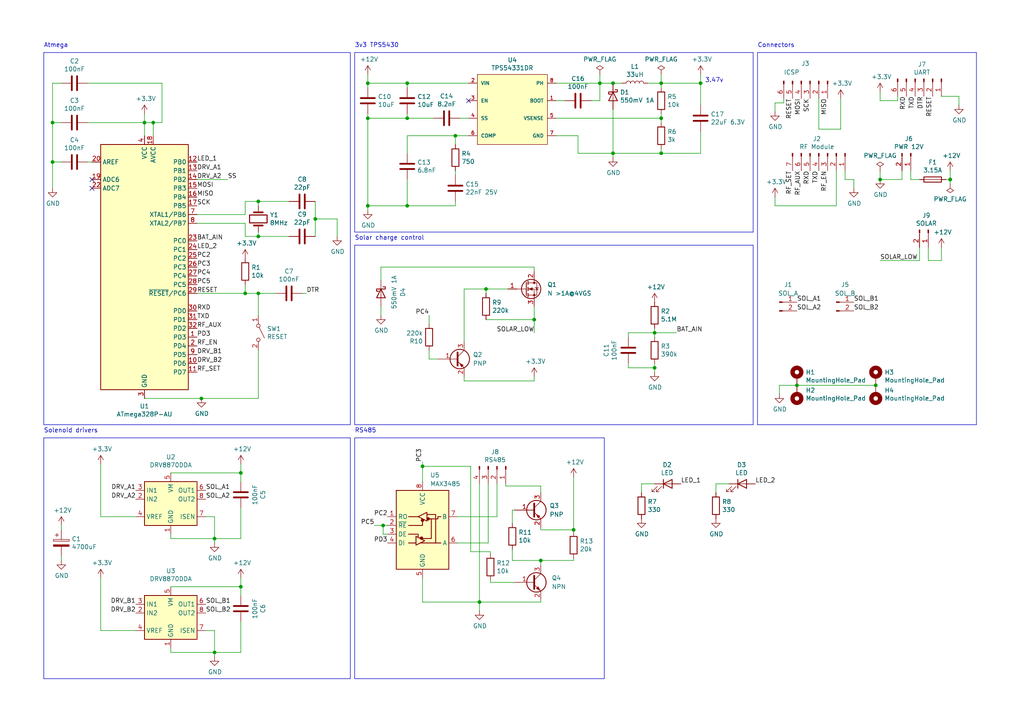
<source format=kicad_sch>
(kicad_sch (version 20230121) (generator eeschema)
  (paper "A4")
  (title_block (title "Irrigation Remote Unit") (rev "1") (company "Daniel McMillan"))
  (lib_symbols
    (symbol "Connector:Conn_01x02_Pin" (pin_names (offset 1.016) hide)
      (property "Reference" "J" (at 0 2.54 0))
      (property "Value" "Conn_01x02_Pin" (at 0 -5.08 0))
      (symbol "Conn_01x02_Pin_1_1"
        (pin passive line (at 5.08 0 180) (length 3.81) (name "Pin_1") (number "1"))
        (pin passive line (at 5.08 -2.54 180) (length 3.81) (name "Pin_2") (number "2"))
      )
    )
    (symbol "Connector:Conn_01x06_Pin" (pin_names (offset 1.016) hide)
      (property "Reference" "J" (at 0 7.62 0))
      (property "Value" "Conn_01x06_Pin" (at 0 -10.16 0))
      (symbol "Conn_01x06_Pin_1_1"
        (pin passive line (at 5.08 5.08 180) (length 3.81) (name "Pin_1") (number "1"))
        (pin passive line (at 5.08 2.54 180) (length 3.81) (name "Pin_2") (number "2"))
        (pin passive line (at 5.08 0 180) (length 3.81) (name "Pin_3") (number "3"))
        (pin passive line (at 5.08 -2.54 180) (length 3.81) (name "Pin_4") (number "4"))
        (pin passive line (at 5.08 -5.08 180) (length 3.81) (name "Pin_5") (number "5"))
        (pin passive line (at 5.08 -7.62 180) (length 3.81) (name "Pin_6") (number "6"))
      )
    )
    (symbol "Connector:Conn_01x07_Pin" (pin_names (offset 1.016) hide)
      (property "Reference" "J" (at 0 10.16 0))
      (property "Value" "Conn_01x07_Pin" (at 0 -10.16 0))
      (symbol "Conn_01x07_Pin_1_1"
        (pin passive line (at 5.08 7.62 180) (length 3.81) (name "Pin_1") (number "1"))
        (pin passive line (at 5.08 5.08 180) (length 3.81) (name "Pin_2") (number "2"))
        (pin passive line (at 5.08 2.54 180) (length 3.81) (name "Pin_3") (number "3"))
        (pin passive line (at 5.08 0 180) (length 3.81) (name "Pin_4") (number "4"))
        (pin passive line (at 5.08 -2.54 180) (length 3.81) (name "Pin_5") (number "5"))
        (pin passive line (at 5.08 -5.08 180) (length 3.81) (name "Pin_6") (number "6"))
        (pin passive line (at 5.08 -7.62 180) (length 3.81) (name "Pin_7") (number "7"))
      )
    )
    (symbol "Device:C" (pin_numbers hide) (pin_names (offset 0.254))
      (property "Reference" "C" (at 0.635 2.54 0))
      (property "Value" "C" (at 0.635 -2.54 0))
      (symbol "C_1_1"
        (pin passive line (at 0 3.81 270) (length 2.794) (name "~") (number "1"))
        (pin passive line (at 0 -3.81 90) (length 2.794) (name "~") (number "2"))
      )
    )
    (symbol "Device:C_Polarized" (pin_numbers hide) (pin_names (offset 0.254))
      (property "Reference" "C" (at 0.635 2.54 0))
      (property "Value" "C_Polarized" (at 0.635 -2.54 0))
      (symbol "C_Polarized_1_1"
        (pin passive line (at 0 3.81 270) (length 2.794) (name "~") (number "1"))
        (pin passive line (at 0 -3.81 90) (length 2.794) (name "~") (number "2"))
      )
    )
    (symbol "Device:Crystal" (pin_numbers hide) (pin_names (offset 1.016) hide)
      (property "Reference" "Y" (at 0 3.81 0))
      (property "Value" "Crystal" (at 0 -3.81 0))
      (symbol "Crystal_1_1"
        (pin passive line (at -3.81 0 0) (length 1.27) (name "1") (number "1"))
        (pin passive line (at 3.81 0 180) (length 1.27) (name "2") (number "2"))
      )
    )
    (symbol "Device:D_Schottky" (pin_numbers hide) (pin_names (offset 1.016) hide)
      (property "Reference" "D" (at 0 2.54 0))
      (property "Value" "D_Schottky" (at 0 -2.54 0))
      (symbol "D_Schottky_1_1"
        (pin passive line (at -3.81 0 0) (length 2.54) (name "K") (number "1"))
        (pin passive line (at 3.81 0 180) (length 2.54) (name "A") (number "2"))
      )
    )
    (symbol "Device:Fuse" (pin_numbers hide) (pin_names (offset 0))
      (property "Reference" "F" (at 2.032 0 90))
      (property "Value" "Fuse" (at -1.905 0 90))
      (symbol "Fuse_1_1"
        (pin passive line (at 0 3.81 270) (length 1.27) (name "~") (number "1"))
        (pin passive line (at 0 -3.81 90) (length 1.27) (name "~") (number "2"))
      )
    )
    (symbol "Device:L" (pin_numbers hide) (pin_names (offset 1.016) hide)
      (property "Reference" "L" (at -1.27 0 90))
      (property "Value" "L" (at 1.905 0 90))
      (symbol "L_1_1"
        (pin passive line (at 0 3.81 270) (length 1.27) (name "1") (number "1"))
        (pin passive line (at 0 -3.81 90) (length 1.27) (name "2") (number "2"))
      )
    )
    (symbol "Device:LED" (pin_numbers hide) (pin_names (offset 1.016) hide)
      (property "Reference" "D" (at 0 2.54 0))
      (property "Value" "LED" (at 0 -2.54 0))
      (symbol "LED_1_1"
        (pin passive line (at -3.81 0 0) (length 2.54) (name "K") (number "1"))
        (pin passive line (at 3.81 0 180) (length 2.54) (name "A") (number "2"))
      )
    )
    (symbol "Device:Q_NPN_BEC" (pin_names (offset 0) hide)
      (property "Reference" "Q" (at 5.08 1.27 0))
      (property "Value" "Q_NPN_BEC" (at 5.08 -1.27 0))
      (symbol "Q_NPN_BEC_1_1"
        (pin input line (at -5.08 0 0) (length 5.715) (name "B") (number "1"))
        (pin passive line (at 2.54 -5.08 90) (length 2.54) (name "E") (number "2"))
        (pin passive line (at 2.54 5.08 270) (length 2.54) (name "C") (number "3"))
      )
    )
    (symbol "Device:Q_PNP_BEC" (pin_names (offset 0) hide)
      (property "Reference" "Q" (at 5.08 1.27 0))
      (property "Value" "Q_PNP_BEC" (at 5.08 -1.27 0))
      (symbol "Q_PNP_BEC_1_1"
        (pin input line (at -5.08 0 0) (length 5.715) (name "B") (number "1"))
        (pin passive line (at 2.54 -5.08 90) (length 2.54) (name "E") (number "2"))
        (pin passive line (at 2.54 5.08 270) (length 2.54) (name "C") (number "3"))
      )
    )
    (symbol "Device:R" (pin_numbers hide) (pin_names (offset 0))
      (property "Reference" "R" (at 2.032 0 90))
      (property "Value" "R" (at 0 0 90))
      (symbol "R_1_1"
        (pin passive line (at 0 3.81 270) (length 1.27) (name "~") (number "1"))
        (pin passive line (at 0 -3.81 90) (length 1.27) (name "~") (number "2"))
      )
    )
    (symbol "Driver_Motor:DRV8870DDA"
      (property "Reference" "U" (at -6.35 6.35 0))
      (property "Value" "DRV8870DDA" (at 8.89 6.35 0))
      (symbol "DRV8870DDA_1_1"
        (pin power_in line (at 0 -10.16 90) (length 2.54) (name "GND") (number "1"))
        (pin input line (at -10.16 0 0) (length 2.54) (name "IN2") (number "2"))
        (pin input line (at -10.16 2.54 0) (length 2.54) (name "IN1") (number "3"))
        (pin input line (at -10.16 -5.08 0) (length 2.54) (name "VREF") (number "4"))
        (pin power_in line (at 0 7.62 270) (length 2.54) (name "VM") (number "5"))
        (pin output line (at 10.16 2.54 180) (length 2.54) (name "OUT1") (number "6"))
        (pin passive line (at 10.16 -5.08 180) (length 2.54) (name "ISEN") (number "7"))
        (pin output line (at 10.16 0 180) (length 2.54) (name "OUT2") (number "8"))
        (pin passive line (at 0 -10.16 90) (length 2.54) hide (name "GND") (number "9"))
      )
    )
    (symbol "Interface_UART:MAX3485"
      (property "Reference" "U" (at -6.096 11.43 0))
      (property "Value" "MAX3485" (at 0.762 11.43 0))
      (symbol "MAX3485_1_1"
        (pin output line (at -10.16 2.54 0) (length 2.54) (name "RO") (number "1"))
        (pin input line (at -10.16 0 0) (length 2.54) (name "~{RE}") (number "2"))
        (pin input line (at -10.16 -2.54 0) (length 2.54) (name "DE") (number "3"))
        (pin input line (at -10.16 -5.08 0) (length 2.54) (name "DI") (number "4"))
        (pin power_in line (at 0 -15.24 90) (length 2.54) (name "GND") (number "5"))
        (pin bidirectional line (at 10.16 -5.08 180) (length 2.54) (name "A") (number "6"))
        (pin bidirectional line (at 10.16 2.54 180) (length 2.54) (name "B") (number "7"))
        (pin power_in line (at 0 12.7 270) (length 2.54) (name "VCC") (number "8"))
      )
    )
    (symbol "MCU_Microchip_ATmega:ATmega328P-A"
      (property "Reference" "U" (at -12.7 36.83 0))
      (property "Value" "ATmega328P-A" (at 2.54 -36.83 0))
      (symbol "ATmega328P-A_1_1"
        (pin bidirectional line (at 15.24 -20.32 180) (length 2.54) (name "PD3") (number "1"))
        (pin bidirectional line (at 15.24 -27.94 180) (length 2.54) (name "PD6") (number "10"))
        (pin bidirectional line (at 15.24 -30.48 180) (length 2.54) (name "PD7") (number "11"))
        (pin bidirectional line (at 15.24 30.48 180) (length 2.54) (name "PB0") (number "12"))
        (pin bidirectional line (at 15.24 27.94 180) (length 2.54) (name "PB1") (number "13"))
        (pin bidirectional line (at 15.24 25.4 180) (length 2.54) (name "PB2") (number "14"))
        (pin bidirectional line (at 15.24 22.86 180) (length 2.54) (name "PB3") (number "15"))
        (pin bidirectional line (at 15.24 20.32 180) (length 2.54) (name "PB4") (number "16"))
        (pin bidirectional line (at 15.24 17.78 180) (length 2.54) (name "PB5") (number "17"))
        (pin power_in line (at 2.54 38.1 270) (length 2.54) (name "AVCC") (number "18"))
        (pin input line (at -15.24 25.4 0) (length 2.54) (name "ADC6") (number "19"))
        (pin bidirectional line (at 15.24 -22.86 180) (length 2.54) (name "PD4") (number "2"))
        (pin passive line (at -15.24 30.48 0) (length 2.54) (name "AREF") (number "20"))
        (pin passive line (at 0 -38.1 90) (length 2.54) hide (name "GND") (number "21"))
        (pin input line (at -15.24 22.86 0) (length 2.54) (name "ADC7") (number "22"))
        (pin bidirectional line (at 15.24 7.62 180) (length 2.54) (name "PC0") (number "23"))
        (pin bidirectional line (at 15.24 5.08 180) (length 2.54) (name "PC1") (number "24"))
        (pin bidirectional line (at 15.24 2.54 180) (length 2.54) (name "PC2") (number "25"))
        (pin bidirectional line (at 15.24 0 180) (length 2.54) (name "PC3") (number "26"))
        (pin bidirectional line (at 15.24 -2.54 180) (length 2.54) (name "PC4") (number "27"))
        (pin bidirectional line (at 15.24 -5.08 180) (length 2.54) (name "PC5") (number "28"))
        (pin bidirectional line (at 15.24 -7.62 180) (length 2.54) (name "~{RESET}/PC6") (number "29"))
        (pin power_in line (at 0 -38.1 90) (length 2.54) (name "GND") (number "3"))
        (pin bidirectional line (at 15.24 -12.7 180) (length 2.54) (name "PD0") (number "30"))
        (pin bidirectional line (at 15.24 -15.24 180) (length 2.54) (name "PD1") (number "31"))
        (pin bidirectional line (at 15.24 -17.78 180) (length 2.54) (name "PD2") (number "32"))
        (pin power_in line (at 0 38.1 270) (length 2.54) (name "VCC") (number "4"))
        (pin passive line (at 0 -38.1 90) (length 2.54) hide (name "GND") (number "5"))
        (pin passive line (at 0 38.1 270) (length 2.54) hide (name "VCC") (number "6"))
        (pin bidirectional line (at 15.24 15.24 180) (length 2.54) (name "XTAL1/PB6") (number "7"))
        (pin bidirectional line (at 15.24 12.7 180) (length 2.54) (name "XTAL2/PB7") (number "8"))
        (pin bidirectional line (at 15.24 -25.4 180) (length 2.54) (name "PD5") (number "9"))
      )
    )
    (symbol "Mechanical:MountingHole_Pad" (pin_numbers hide) (pin_names (offset 1.016) hide)
      (property "Reference" "H" (at 0 6.35 0))
      (property "Value" "MountingHole_Pad" (at 0 4.445 0))
      (symbol "MountingHole_Pad_1_1"
        (pin input line (at 0 -2.54 90) (length 2.54) (name "1") (number "1"))
      )
    )
    (symbol "Switch:SW_SPST" (pin_names (offset 0) hide)
      (property "Reference" "SW" (at 0 3.175 0))
      (property "Value" "SW_SPST" (at 0 -2.54 0))
      (symbol "SW_SPST_1_1"
        (pin passive line (at -5.08 0 0) (length 2.54) (name "A") (number "1"))
        (pin passive line (at 5.08 0 180) (length 2.54) (name "B") (number "2"))
      )
    )
    (symbol "Transistor_FET:IRLIZ44N" (pin_names hide)
      (property "Reference" "Q" (at 6.35 1.905 0))
      (property "Value" "IRLIZ44N" (at 6.35 0 0))
      (symbol "IRLIZ44N_1_1"
        (pin input line (at -5.08 0 0) (length 2.54) (name "G") (number "1"))
        (pin passive line (at 2.54 5.08 270) (length 2.54) (name "D") (number "2"))
        (pin passive line (at 2.54 -5.08 90) (length 2.54) (name "S") (number "3"))
      )
    )
    (symbol "power:+12V" (power) (pin_names (offset 0))
      (property "Value" "+12V" (at 0 3.556 0))
      (symbol "+12V_1_1"
        (pin power_in line (at 0 0 90) (length 0) hide (name "+12V") (number "1"))
      )
    )
    (symbol "power:+3.3V" (power) (pin_names (offset 0))
      (property "Value" "+3.3V" (at 0 3.556 0))
      (symbol "+3.3V_1_1"
        (pin power_in line (at 0 0 90) (length 0) hide (name "+3.3V") (number "1"))
      )
    )
    (symbol "power:GND" (power) (pin_names (offset 0))
      (property "Value" "GND" (at 0 -3.81 0))
      (symbol "GND_1_1"
        (pin power_in line (at 0 0 270) (length 0) hide (name "GND") (number "1"))
      )
    )
    (symbol "power:PWR_FLAG" (power) (pin_numbers hide) (pin_names (offset 0) hide)
      (property "Value" "PWR_FLAG" (at 0 3.81 0))
      (symbol "PWR_FLAG_0_0"
        (pin power_out line (at 0 0 90) (length 0) (name "pwr") (number "1"))
      )
    )
    (symbol "remote-unit-rescue:Conn_01x04_Male-Connector" (pin_names (offset 1.016) hide)
      (property "Reference" "J" (at 0 5.08 0))
      (property "Value" "Connector_Conn_01x04_Male" (at 0 -7.62 0))
      (symbol "Conn_01x04_Male-Connector_1_1"
        (pin passive line (at 5.08 2.54 180) (length 3.81) (name "Pin_1") (number "1"))
        (pin passive line (at 5.08 0 180) (length 3.81) (name "Pin_2") (number "2"))
        (pin passive line (at 5.08 -2.54 180) (length 3.81) (name "Pin_3") (number "3"))
        (pin passive line (at 5.08 -5.08 180) (length 3.81) (name "Pin_4") (number "4"))
      )
    )
    (symbol "remote-unit-rescue:TPS54331DR-TPS54331DR" (pin_names (offset 1.016))
      (property "Reference" "U" (at 0 5.08 0))
      (property "Value" "TPS54331DR_TPS54331DR" (at 0 7.62 0))
      (symbol "TPS54331DR-TPS54331DR_1_1"
        (pin passive line (at 27.94 -5.08 180) (length 2.54) (name "BOOT") (number "1"))
        (pin power_in line (at 2.54 0 0) (length 2.54) (name "VIN") (number "2"))
        (pin input line (at 2.54 -5.08 0) (length 2.54) (name "EN") (number "3"))
        (pin input line (at 2.54 -10.16 0) (length 2.54) (name "SS") (number "4"))
        (pin input line (at 27.94 -10.16 180) (length 2.54) (name "VSENSE") (number "5"))
        (pin passive line (at 2.54 -15.24 0) (length 2.54) (name "COMP") (number "6"))
        (pin power_in line (at 27.94 -15.24 180) (length 2.54) (name "GND") (number "7"))
        (pin power_in line (at 27.94 0 180) (length 2.54) (name "PH") (number "8"))
      )
    )
  )
  (junction (at 15.24 35.56))
  (junction (at 106.68 59.69))
  (junction (at 191.77 44.45))
  (junction (at 191.77 24.13))
  (junction (at 118.11 24.13))
  (junction (at 91.44 63.5))
  (junction (at 191.77 34.29))
  (junction (at 118.11 34.29))
  (junction (at 62.23 189.23))
  (junction (at 106.68 24.13))
  (junction (at 71.12 85.09))
  (junction (at 254 111.76))
  (junction (at 74.93 68.58))
  (junction (at 74.93 85.09))
  (junction (at 189.865 106.68))
  (junction (at 275.59 52.07))
  (junction (at 173.99 24.13))
  (junction (at 140.97 83.82))
  (junction (at 41.91 35.56))
  (junction (at 15.24 46.99))
  (junction (at 111.125 152.4))
  (junction (at 69.85 170.18))
  (junction (at 74.93 58.42))
  (junction (at 177.8 44.45))
  (junction (at 156.845 162.56))
  (junction (at 255.27 52.07))
  (junction (at 122.555 135.255))
  (junction (at 189.865 96.52))
  (junction (at 203.2 24.13))
  (junction (at 231.14 111.76))
  (junction (at 132.08 39.37))
  (junction (at 44.45 35.56))
  (junction (at 106.68 34.29))
  (junction (at 139.065 174.625))
  (junction (at 58.42 115.57))
  (junction (at 118.11 59.69))
  (junction (at 62.23 156.21))
  (junction (at 166.37 153.67))
  (junction (at 69.85 137.16))
  (junction (at 177.8 24.13))
  (junction (at 154.94 92.71))
  (no_connect (at 26.67 54.61))
  (no_connect (at 135.89 29.21))
  (no_connect (at 26.67 52.07))
  (wire (pts (xy 132.08 39.37) (xy 132.08 41.91)))
  (wire (pts (xy 71.12 62.23) (xy 71.12 58.42)))
  (polyline (pts (xy 219.71 15.24) (xy 283.21 15.24)))
  (wire (pts (xy 74.93 91.44) (xy 74.93 85.09)))
  (wire (pts (xy 171.45 29.21) (xy 173.99 29.21)))
  (wire (pts (xy 106.68 21.59) (xy 106.68 24.13)))
  (wire (pts (xy 62.23 156.21) (xy 62.23 157.48)))
  (wire (pts (xy 144.145 149.86) (xy 144.145 140.335)))
  (wire (pts (xy 118.11 34.29) (xy 125.73 34.29)))
  (wire (pts (xy 191.77 34.29) (xy 191.77 35.56)))
  (wire (pts (xy 71.12 64.77) (xy 57.15 64.77)))
  (wire (pts (xy 46.99 35.56) (xy 46.99 24.13)))
  (wire (pts (xy 255.27 29.21) (xy 260.35 29.21)))
  (wire (pts (xy 167.64 39.37) (xy 167.64 44.45)))
  (wire (pts (xy 237.49 37.465) (xy 243.84 37.465)))
  (wire (pts (xy 134.62 110.49) (xy 134.62 109.22)))
  (polyline (pts (xy 218.44 67.31) (xy 102.87 67.31)))
  (wire (pts (xy 156.845 153.67) (xy 156.845 153.035)))
  (wire (pts (xy 118.11 59.69) (xy 132.08 59.69)))
  (wire (pts (xy 118.11 24.13) (xy 106.68 24.13)))
  (wire (pts (xy 69.85 180.34) (xy 69.85 189.23)))
  (wire (pts (xy 132.08 59.69) (xy 132.08 58.42)))
  (wire (pts (xy 132.08 39.37) (xy 118.11 39.37)))
  (wire (pts (xy 106.68 34.29) (xy 106.68 59.69)))
  (wire (pts (xy 74.93 58.42) (xy 83.82 58.42)))
  (wire (pts (xy 91.44 58.42) (xy 91.44 63.5)))
  (wire (pts (xy 182.245 106.68) (xy 182.245 105.41)))
  (wire (pts (xy 177.8 31.75) (xy 177.8 44.45)))
  (wire (pts (xy 49.53 137.16) (xy 69.85 137.16)))
  (polyline (pts (xy 12.7 196.85) (xy 101.6 196.85)))
  (wire (pts (xy 191.77 21.59) (xy 191.77 24.13)))
  (wire (pts (xy 17.78 161.29) (xy 17.78 162.56)))
  (wire (pts (xy 69.85 189.23) (xy 62.23 189.23)))
  (wire (pts (xy 140.97 83.82) (xy 147.32 83.82)))
  (wire (pts (xy 156.845 174.625) (xy 139.065 174.625)))
  (wire (pts (xy 261.62 49.53) (xy 261.62 52.07)))
  (wire (pts (xy 156.845 142.875) (xy 156.845 140.97)))
  (wire (pts (xy 266.7 52.07) (xy 264.16 52.07)))
  (wire (pts (xy 44.45 35.56) (xy 41.91 35.56)))
  (wire (pts (xy 15.24 24.13) (xy 15.24 35.56)))
  (wire (pts (xy 41.91 35.56) (xy 25.4 35.56)))
  (wire (pts (xy 189.865 106.68) (xy 189.865 105.41)))
  (wire (pts (xy 211.455 140.335) (xy 207.645 140.335)))
  (wire (pts (xy 111.125 152.4) (xy 112.395 152.4)))
  (polyline (pts (xy 101.6 196.85) (xy 101.6 127)))
  (wire (pts (xy 166.37 154.305) (xy 166.37 153.67)))
  (wire (pts (xy 39.37 149.86) (xy 29.21 149.86)))
  (wire (pts (xy 106.68 59.69) (xy 106.68 60.96)))
  (wire (pts (xy 110.49 88.9) (xy 110.49 91.44)))
  (wire (pts (xy 44.45 35.56) (xy 46.99 35.56)))
  (polyline (pts (xy 218.44 123.19) (xy 102.87 123.19)))
  (wire (pts (xy 231.14 111.76) (xy 254 111.76)))
  (wire (pts (xy 173.99 29.21) (xy 173.99 24.13)))
  (wire (pts (xy 237.49 28.575) (xy 237.49 37.465)))
  (wire (pts (xy 191.77 24.13) (xy 191.77 25.4)))
  (wire (pts (xy 203.2 38.1) (xy 203.2 44.45)))
  (wire (pts (xy 110.49 77.47) (xy 154.94 77.47)))
  (wire (pts (xy 106.68 34.29) (xy 118.11 34.29)))
  (wire (pts (xy 189.865 140.335) (xy 186.055 140.335)))
  (wire (pts (xy 41.91 115.57) (xy 58.42 115.57)))
  (polyline (pts (xy 101.6 123.19) (xy 12.7 123.19)))
  (polyline (pts (xy 283.21 123.19) (xy 283.21 15.24)))
  (wire (pts (xy 226.06 114.3) (xy 226.06 111.76)))
  (wire (pts (xy 191.77 43.18) (xy 191.77 44.45)))
  (wire (pts (xy 74.93 85.09) (xy 71.12 85.09)))
  (wire (pts (xy 148.59 162.56) (xy 156.845 162.56)))
  (wire (pts (xy 156.845 162.56) (xy 156.845 163.83)))
  (wire (pts (xy 182.245 106.68) (xy 189.865 106.68)))
  (wire (pts (xy 110.49 81.28) (xy 110.49 77.47)))
  (wire (pts (xy 269.24 75.565) (xy 273.05 75.565)))
  (wire (pts (xy 255.27 29.21) (xy 255.27 26.67)))
  (wire (pts (xy 156.845 140.97) (xy 146.685 140.97)))
  (polyline (pts (xy 12.7 123.19) (xy 12.7 15.24)))
  (polyline (pts (xy 218.44 123.19) (xy 218.44 71.12)))
  (wire (pts (xy 25.4 24.13) (xy 46.99 24.13)))
  (wire (pts (xy 135.89 24.13) (xy 118.11 24.13)))
  (wire (pts (xy 112.395 154.94) (xy 111.125 154.94)))
  (wire (pts (xy 245.11 52.07) (xy 247.65 52.07)))
  (wire (pts (xy 59.69 182.88) (xy 62.23 182.88)))
  (wire (pts (xy 49.53 156.21) (xy 62.23 156.21)))
  (wire (pts (xy 132.715 149.86) (xy 144.145 149.86)))
  (polyline (pts (xy 102.87 196.85) (xy 175.26 196.85)))
  (polyline (pts (xy 219.71 123.19) (xy 283.21 123.19)))
  (wire (pts (xy 87.63 85.09) (xy 88.9 85.09)))
  (wire (pts (xy 59.69 149.86) (xy 62.23 149.86)))
  (wire (pts (xy 132.715 157.48) (xy 141.605 157.48)))
  (wire (pts (xy 74.93 67.31) (xy 74.93 68.58)))
  (wire (pts (xy 149.225 168.91) (xy 142.24 168.91)))
  (polyline (pts (xy 101.6 127) (xy 12.7 127)))
  (wire (pts (xy 224.79 32.385) (xy 224.79 29.845)))
  (wire (pts (xy 177.8 44.45) (xy 191.77 44.45)))
  (wire (pts (xy 189.865 107.95) (xy 189.865 106.68)))
  (wire (pts (xy 62.23 149.86) (xy 62.23 156.21)))
  (polyline (pts (xy 219.71 15.24) (xy 219.71 123.19)))
  (wire (pts (xy 44.45 39.37) (xy 44.45 35.56)))
  (wire (pts (xy 191.77 44.45) (xy 203.2 44.45)))
  (wire (pts (xy 156.845 173.99) (xy 156.845 174.625)))
  (wire (pts (xy 139.065 174.625) (xy 139.065 177.165)))
  (wire (pts (xy 91.44 63.5) (xy 91.44 68.58)))
  (wire (pts (xy 163.83 29.21) (xy 161.29 29.21)))
  (wire (pts (xy 173.99 24.13) (xy 177.8 24.13)))
  (polyline (pts (xy 175.26 196.85) (xy 175.26 127)))
  (wire (pts (xy 69.85 147.32) (xy 69.85 156.21)))
  (wire (pts (xy 227.33 29.845) (xy 227.33 28.575)))
  (wire (pts (xy 108.585 152.4) (xy 111.125 152.4)))
  (wire (pts (xy 203.2 21.59) (xy 203.2 24.13)))
  (wire (pts (xy 191.77 34.29) (xy 191.77 33.02)))
  (wire (pts (xy 148.59 147.955) (xy 149.225 147.955)))
  (wire (pts (xy 278.13 27.94) (xy 278.13 30.48)))
  (wire (pts (xy 224.79 59.69) (xy 224.79 57.15)))
  (wire (pts (xy 154.94 110.49) (xy 154.94 109.22)))
  (wire (pts (xy 203.2 24.13) (xy 203.2 30.48)))
  (wire (pts (xy 41.91 35.56) (xy 41.91 33.02)))
  (wire (pts (xy 122.555 167.64) (xy 122.555 174.625)))
  (wire (pts (xy 136.525 160.02) (xy 136.525 135.255)))
  (wire (pts (xy 118.11 33.02) (xy 118.11 34.29)))
  (wire (pts (xy 106.68 24.13) (xy 106.68 25.4)))
  (wire (pts (xy 69.85 137.16) (xy 69.85 139.7)))
  (wire (pts (xy 166.37 153.67) (xy 156.845 153.67)))
  (wire (pts (xy 139.065 140.335) (xy 139.065 174.625)))
  (wire (pts (xy 177.8 44.45) (xy 177.8 45.72)))
  (polyline (pts (xy 102.87 196.85) (xy 102.87 127)))
  (polyline (pts (xy 102.87 15.24) (xy 218.44 15.24)))
  (wire (pts (xy 124.46 91.44) (xy 124.46 93.98)))
  (wire (pts (xy 69.85 156.21) (xy 62.23 156.21)))
  (wire (pts (xy 57.15 52.07) (xy 66.04 52.07)))
  (wire (pts (xy 118.11 25.4) (xy 118.11 24.13)))
  (wire (pts (xy 154.94 88.9) (xy 154.94 92.71)))
  (wire (pts (xy 148.59 159.385) (xy 148.59 162.56)))
  (polyline (pts (xy 12.7 127) (xy 12.7 196.85)))
  (wire (pts (xy 260.35 29.21) (xy 260.35 27.94)))
  (wire (pts (xy 39.37 182.88) (xy 29.21 182.88)))
  (wire (pts (xy 71.12 58.42) (xy 74.93 58.42)))
  (wire (pts (xy 273.05 27.94) (xy 278.13 27.94)))
  (wire (pts (xy 74.93 101.6) (xy 74.93 115.57)))
  (wire (pts (xy 118.11 59.69) (xy 106.68 59.69)))
  (polyline (pts (xy 12.7 15.24) (xy 101.6 15.24)))
  (wire (pts (xy 74.93 58.42) (xy 74.93 59.69)))
  (wire (pts (xy 17.78 35.56) (xy 15.24 35.56)))
  (wire (pts (xy 62.23 182.88) (xy 62.23 189.23)))
  (wire (pts (xy 74.93 68.58) (xy 71.12 68.58)))
  (wire (pts (xy 266.7 75.565) (xy 255.27 75.565)))
  (wire (pts (xy 49.53 189.23) (xy 62.23 189.23)))
  (wire (pts (xy 247.65 52.07) (xy 247.65 54.61)))
  (wire (pts (xy 275.59 53.34) (xy 275.59 52.07)))
  (wire (pts (xy 261.62 52.07) (xy 255.27 52.07)))
  (wire (pts (xy 142.24 168.275) (xy 142.24 168.91)))
  (wire (pts (xy 243.84 37.465) (xy 243.84 28.575)))
  (wire (pts (xy 134.62 83.82) (xy 134.62 99.06)))
  (polyline (pts (xy 218.44 15.24) (xy 218.44 67.31)))
  (wire (pts (xy 124.46 101.6) (xy 124.46 104.14)))
  (wire (pts (xy 134.62 110.49) (xy 154.94 110.49)))
  (wire (pts (xy 141.605 157.48) (xy 141.605 140.335)))
  (wire (pts (xy 17.78 153.67) (xy 17.78 152.4)))
  (polyline (pts (xy 102.87 71.12) (xy 102.87 123.19)))
  (wire (pts (xy 255.27 49.53) (xy 255.27 52.07)))
  (wire (pts (xy 148.59 147.955) (xy 148.59 151.765)))
  (wire (pts (xy 62.23 189.23) (xy 62.23 190.5)))
  (wire (pts (xy 139.065 174.625) (xy 122.555 174.625)))
  (wire (pts (xy 273.05 75.565) (xy 273.05 71.755)))
  (wire (pts (xy 166.37 138.43) (xy 166.37 153.67)))
  (wire (pts (xy 207.645 140.335) (xy 207.645 142.875)))
  (wire (pts (xy 186.055 140.335) (xy 186.055 142.875)))
  (wire (pts (xy 15.24 35.56) (xy 15.24 46.99)))
  (wire (pts (xy 177.8 24.13) (xy 180.34 24.13)))
  (wire (pts (xy 224.79 29.845) (xy 227.33 29.845)))
  (wire (pts (xy 97.79 63.5) (xy 91.44 63.5)))
  (wire (pts (xy 57.15 85.09) (xy 71.12 85.09)))
  (wire (pts (xy 49.53 187.96) (xy 49.53 189.23)))
  (wire (pts (xy 245.11 49.53) (xy 245.11 52.07)))
  (wire (pts (xy 264.16 49.53) (xy 264.16 52.07)))
  (wire (pts (xy 189.865 96.52) (xy 189.865 97.79)))
  (wire (pts (xy 187.96 24.13) (xy 191.77 24.13)))
  (wire (pts (xy 182.245 96.52) (xy 189.865 96.52)))
  (wire (pts (xy 106.68 33.02) (xy 106.68 34.29)))
  (polyline (pts (xy 102.87 127) (xy 175.26 127)))
  (wire (pts (xy 146.685 140.97) (xy 146.685 140.335)))
  (wire (pts (xy 191.77 24.13) (xy 203.2 24.13)))
  (polyline (pts (xy 101.6 15.24) (xy 101.6 123.19)))
  (wire (pts (xy 122.555 133.985) (xy 122.555 135.255)))
  (wire (pts (xy 15.24 46.99) (xy 15.24 54.61)))
  (wire (pts (xy 140.97 83.82) (xy 140.97 85.09)))
  (wire (pts (xy 167.64 44.45) (xy 177.8 44.45)))
  (wire (pts (xy 17.78 24.13) (xy 15.24 24.13)))
  (wire (pts (xy 136.525 135.255) (xy 122.555 135.255)))
  (polyline (pts (xy 102.87 15.24) (xy 102.87 67.31)))
  (wire (pts (xy 49.53 170.18) (xy 69.85 170.18)))
  (wire (pts (xy 132.08 49.53) (xy 132.08 50.8)))
  (wire (pts (xy 69.85 137.16) (xy 69.85 134.62)))
  (wire (pts (xy 69.85 170.18) (xy 69.85 172.72)))
  (wire (pts (xy 111.125 154.94) (xy 111.125 152.4)))
  (wire (pts (xy 161.29 34.29) (xy 191.77 34.29)))
  (wire (pts (xy 173.99 24.13) (xy 173.99 21.59)))
  (wire (pts (xy 118.11 39.37) (xy 118.11 44.45)))
  (wire (pts (xy 49.53 154.94) (xy 49.53 156.21)))
  (wire (pts (xy 142.24 160.02) (xy 136.525 160.02)))
  (wire (pts (xy 69.85 170.18) (xy 69.85 167.64)))
  (wire (pts (xy 154.94 92.71) (xy 154.94 96.52)))
  (wire (pts (xy 275.59 49.53) (xy 275.59 52.07)))
  (wire (pts (xy 242.57 49.53) (xy 242.57 59.69)))
  (wire (pts (xy 74.93 85.09) (xy 80.01 85.09)))
  (wire (pts (xy 275.59 52.07) (xy 274.32 52.07)))
  (wire (pts (xy 161.29 24.13) (xy 173.99 24.13)))
  (wire (pts (xy 57.15 62.23) (xy 71.12 62.23)))
  (wire (pts (xy 135.89 39.37) (xy 132.08 39.37)))
  (wire (pts (xy 17.78 46.99) (xy 15.24 46.99)))
  (wire (pts (xy 41.91 39.37) (xy 41.91 35.56)))
  (wire (pts (xy 154.94 92.71) (xy 140.97 92.71)))
  (wire (pts (xy 122.555 135.255) (xy 122.555 139.7)))
  (wire (pts (xy 25.4 46.99) (xy 26.67 46.99)))
  (wire (pts (xy 182.245 97.79) (xy 182.245 96.52)))
  (wire (pts (xy 154.94 77.47) (xy 154.94 78.74)))
  (polyline (pts (xy 102.87 71.12) (xy 218.44 71.12)))
  (wire (pts (xy 166.37 162.56) (xy 166.37 161.925)))
  (wire (pts (xy 242.57 59.69) (xy 224.79 59.69)))
  (wire (pts (xy 226.06 111.76) (xy 231.14 111.76)))
  (wire (pts (xy 189.865 96.52) (xy 196.215 96.52)))
  (wire (pts (xy 118.11 52.07) (xy 118.11 59.69)))
  (wire (pts (xy 134.62 83.82) (xy 140.97 83.82)))
  (wire (pts (xy 58.42 115.57) (xy 74.93 115.57)))
  (wire (pts (xy 166.37 162.56) (xy 156.845 162.56)))
  (wire (pts (xy 97.79 63.5) (xy 97.79 68.58)))
  (wire (pts (xy 266.7 71.755) (xy 266.7 75.565)))
  (wire (pts (xy 142.24 160.655) (xy 142.24 160.02)))
  (wire (pts (xy 269.24 71.755) (xy 269.24 75.565)))
  (wire (pts (xy 127 104.14) (xy 124.46 104.14)))
  (wire (pts (xy 71.12 85.09) (xy 71.12 82.55)))
  (wire (pts (xy 133.35 34.29) (xy 135.89 34.29)))
  (wire (pts (xy 29.21 149.86) (xy 29.21 134.62)))
  (wire (pts (xy 161.29 39.37) (xy 167.64 39.37)))
  (wire (pts (xy 83.82 68.58) (xy 74.93 68.58)))
  (wire (pts (xy 29.21 182.88) (xy 29.21 167.64)))
  (wire (pts (xy 71.12 68.58) (xy 71.12 64.77)))
  (wire (pts (xy 189.865 95.25) (xy 189.865 96.52)))
  (text "Atmega" (at 12.7 13.97 0) (effects (font (size 1.27 1.27)) (justify left bottom)))
  (text "3v3 TPS5430" (at 102.87 13.97 0) (effects (font (size 1.27 1.27)) (justify left bottom)))
  (text "Solenoid drivers" (at 12.7 125.73 0) (effects (font (size 1.27 1.27)) (justify left bottom)))
  (text "Solar charge control" (at 102.87 69.85 0) (effects (font (size 1.27 1.27)) (justify left bottom)))
  (text "RS485" (at 102.87 125.73 0) (effects (font (size 1.27 1.27)) (justify left bottom)))
  (text "3.47v" (at 204.47 24.13 0) (effects (font (size 1.27 1.27)) (justify left bottom)))
  (text "Connectors" (at 219.71 13.97 0) (effects (font (size 1.27 1.27)) (justify left bottom)))
  (label "MISO" (at 57.15 57.15 0))
  (label "LED_2" (at 57.15 72.39 0))
  (label "RXD" (at 234.95 49.53 270))
  (label "BAT_AIN" (at 196.215 96.52 0))
  (label "TXD" (at 57.15 92.71 0))
  (label "DRV_A1" (at 57.15 49.53 0))
  (label "RXD" (at 57.15 90.17 0))
  (label "SOLAR_LOW" (at 255.27 75.565 0))
  (label "SOL_B2" (at 247.65 90.17 0))
  (label "RF_AUX" (at 232.41 49.53 270))
  (label "DRV_A2" (at 57.15 52.07 0))
  (label "PC3" (at 122.555 133.985 90))
  (label "DRV_A1" (at 39.37 142.24 180))
  (label "SOL_B1" (at 59.69 175.26 0))
  (label "SCK" (at 234.95 28.575 270))
  (label "MOSI" (at 232.41 28.575 270))
  (label "PD3" (at 112.395 157.48 180))
  (label "SOL_A2" (at 59.69 144.78 0))
  (label "MOSI" (at 57.15 54.61 0))
  (label "PC4" (at 57.15 80.01 0))
  (label "SOL_A1" (at 59.69 142.24 0))
  (label "RESET" (at 229.87 28.575 270))
  (label "DRV_B2" (at 39.37 177.8 180))
  (label "RESET" (at 57.15 85.09 0))
  (label "RF_SET" (at 57.15 107.95 0))
  (label "TXD" (at 265.43 27.94 270))
  (label "DTR" (at 88.9 85.09 0))
  (label "SOL_A1" (at 231.14 87.63 0))
  (label "PC5" (at 108.585 152.4 180))
  (label "SOL_B1" (at 247.65 87.63 0))
  (label "SOL_B2" (at 59.69 177.8 0))
  (label "PD3" (at 57.15 97.79 0))
  (label "DRV_B1" (at 39.37 175.26 180))
  (label "RESET" (at 270.51 27.94 270))
  (label "SCK" (at 57.15 59.69 0))
  (label "SS" (at 66.04 52.07 0))
  (label "DTR" (at 267.97 27.94 270))
  (label "MISO" (at 240.03 28.575 270))
  (label "LED_2" (at 219.075 140.335 0))
  (label "DRV_B2" (at 57.15 105.41 0))
  (label "DRV_B1" (at 57.15 102.87 0))
  (label "SOL_A2" (at 231.14 90.17 0))
  (label "PC3" (at 57.15 77.47 0))
  (label "DRV_A2" (at 39.37 144.78 180))
  (label "LED_1" (at 197.485 140.335 0))
  (label "RXD" (at 262.89 27.94 270))
  (label "TXD" (at 237.49 49.53 270))
  (label "RF_EN" (at 240.03 49.53 270))
  (label "RF_EN" (at 57.15 100.33 0))
  (label "RF_AUX" (at 57.15 95.25 0))
  (label "RF_SET" (at 229.87 49.53 270))
  (label "PC2" (at 57.15 74.93 0))
  (label "PC4" (at 124.46 91.44 180))
  (label "BAT_AIN" (at 57.15 69.85 0))
  (label "PC2" (at 112.395 149.86 180))
  (label "SOLAR_LOW" (at 154.94 96.52 180))
  (label "LED_1" (at 57.15 46.99 0))
  (label "PC5" (at 57.15 82.55 0))
  (symbol (lib_id "MCU_Microchip_ATmega:ATmega328P-A") (at 41.91 77.47 0) (unit 1)
    (property "Reference" "U1" (at 41.91 117.8306 0))
    (property "Value" "ATmega328P-AU" (at 41.91 120.142 0))
    (property "Footprint" "Package_QFP:TQFP-32_7x7mm_P0.8mm" (effects hide))
    (property "Datasheet" "http://ww1.microchip.com/downloads/en/DeviceDoc/ATmega328_P%20AVR%20MCU%20with%20picoPower%20Technology%20Data%20Sheet%2040001984A.pdf" (effects hide))
    (property "JLCPCB Part" "C14877" (effects hide))
    (property "Purchase Link" "NA" (effects hide))
  )
  (symbol (lib_id "Device:Crystal") (at 74.93 63.5 270) (unit 1)
    (property "Reference" "Y1" (at 78.2574 62.3316 90) (effects (justify left)))
    (property "Value" "8MHz" (at 78.2574 64.643 90) (effects (justify left)))
    (property "Footprint" "Crystal:Crystal_SMD_5032-2Pin_5.0x3.2mm" (effects hide))
    (property "Datasheet" "https://datasheet.lcsc.com/lcsc/2103291135_Yangxing-Tech-X50328MSB2GI_C115962.pdf" (effects hide))
    (property "JLCPCB Part" "C115962" (effects hide))
    (property "Purchase Link" "NA" (effects hide))
  )
  (symbol (lib_id "Device:C") (at 87.63 58.42 270) (unit 1)
    (property "Reference" "C8" (at 87.63 52.0192 90))
    (property "Value" "22pF" (at 87.63 54.3306 90))
    (property "Footprint" "Capacitor_SMD:C_0402_1005Metric" (effects hide))
    (property "Datasheet" "https://datasheet.lcsc.com/lcsc/1811141710_FH-Guangdong-Fenghua-Advanced-Tech-0402CG220J500NT_C1555.pdf" (effects hide))
    (property "JLCPCB Part" "C1555" (effects hide))
    (property "Purchase Link" "NA" (effects hide))
  )
  (symbol (lib_id "power:GND") (at 97.79 68.58 0) (unit 1)
    (property "Reference" "#PWR013" (effects hide))
    (property "Value" "GND" (at 97.917 72.9742 0))
  )
  (symbol (lib_id "Device:C") (at 21.59 46.99 270) (unit 1)
    (property "Reference" "C4" (at 21.59 40.5892 90))
    (property "Value" "100nF" (at 21.59 42.9006 90))
    (property "Footprint" "Capacitor_SMD:C_0603_1608Metric" (effects hide))
    (property "Datasheet" "https://datasheet.lcsc.com/lcsc/1809301912_YAGEO-CC0603KRX7R9BB104_C14663.pdf" (effects hide))
    (property "JLCPCB Part" "C14663" (effects hide))
    (property "Purchase Link" "NA" (effects hide))
  )
  (symbol (lib_id "Device:C") (at 87.63 68.58 270) (unit 1)
    (property "Reference" "C9" (at 87.63 62.1792 90))
    (property "Value" "22pF" (at 87.63 64.4906 90))
    (property "Footprint" "Capacitor_SMD:C_0402_1005Metric" (effects hide))
    (property "Datasheet" "https://datasheet.lcsc.com/lcsc/1811141710_FH-Guangdong-Fenghua-Advanced-Tech-0402CG220J500NT_C1555.pdf" (effects hide))
    (property "JLCPCB Part" "C1555" (effects hide))
    (property "Purchase Link" "NA" (effects hide))
  )
  (symbol (lib_id "power:GND") (at 15.24 54.61 0) (unit 1)
    (property "Reference" "#PWR01" (effects hide))
    (property "Value" "GND" (at 15.367 59.0042 0))
  )
  (symbol (lib_id "power:+3.3V") (at 41.91 33.02 0) (unit 1)
    (property "Reference" "#PWR06" (effects hide))
    (property "Value" "+3.3V" (at 42.291 28.6258 0))
  )
  (symbol (lib_id "power:GND") (at 58.42 115.57 0) (unit 1)
    (property "Reference" "#PWR07" (effects hide))
    (property "Value" "GND" (at 58.547 119.9642 0))
  )
  (symbol (lib_id "Device:C") (at 21.59 24.13 270) (unit 1)
    (property "Reference" "C2" (at 21.59 17.7292 90))
    (property "Value" "100nF" (at 21.59 20.0406 90))
    (property "Footprint" "Capacitor_SMD:C_0603_1608Metric" (effects hide))
    (property "Datasheet" "https://datasheet.lcsc.com/lcsc/1809301912_YAGEO-CC0603KRX7R9BB104_C14663.pdf" (effects hide))
    (property "JLCPCB Part" "C14663" (effects hide))
    (property "Purchase Link" "NA" (effects hide))
  )
  (symbol (lib_id "power:+3.3V") (at 71.12 74.93 0) (unit 1)
    (property "Reference" "#PWR012" (effects hide))
    (property "Value" "+3.3V" (at 71.501 70.5358 0))
  )
  (symbol (lib_id "Device:R") (at 71.12 78.74 0) (unit 1)
    (property "Reference" "R1" (at 72.898 77.5716 0) (effects (justify left)))
    (property "Value" "10k" (at 72.898 79.883 0) (effects (justify left)))
    (property "Footprint" "Resistor_SMD:R_0402_1005Metric" (effects hide))
    (property "Datasheet" "https://datasheet.lcsc.com/lcsc/1809301717_UNI-ROYAL-Uniroyal-Elec-0402WGF1002TCE_C25744.pdf" (effects hide))
    (property "JLCPCB Part" "C25744" (effects hide))
    (property "Purchase Link" "NA" (effects hide))
  )
  (symbol (lib_id "Connector:Conn_01x06_Pin") (at 234.95 23.495 270) (unit 1)
    (property "Reference" "J3" (at 232.41 18.415 90) (effects (justify left)))
    (property "Value" "ICSP" (at 227.33 20.955 90) (effects (justify left)))
    (property "Footprint" "Connector_PinHeader_2.54mm:PinHeader_2x03_P2.54mm_Vertical" (effects hide))
    (property "Purchase Link" "https://au.element14.com/amphenol-icc/77313-801-20lf/conn-header-20pos-2row-2-54mm/dp/3728842" (effects hide))
  )
  (symbol (lib_id "Device:C") (at 83.82 85.09 270) (unit 1)
    (property "Reference" "C7" (at 83.82 78.6892 90))
    (property "Value" "100nF" (at 83.82 81.0006 90))
    (property "Footprint" "Capacitor_SMD:C_0603_1608Metric" (effects hide))
    (property "Datasheet" "https://datasheet.lcsc.com/lcsc/1809301912_YAGEO-CC0603KRX7R9BB104_C14663.pdf" (effects hide))
    (property "JLCPCB Part" "C14663" (effects hide))
    (property "Purchase Link" "NA" (effects hide))
  )
  (symbol (lib_id "power:+3.3V") (at 243.84 28.575 0) (unit 1)
    (property "Reference" "#PWR024" (effects hide))
    (property "Value" "+3.3V" (at 244.221 24.1808 0))
  )
  (symbol (lib_id "power:GND") (at 247.65 54.61 0) (unit 1)
    (property "Reference" "#PWR025" (effects hide))
    (property "Value" "GND" (at 247.777 59.0042 0))
  )
  (symbol (lib_id "remote-unit-rescue:TPS54331DR-TPS54331DR") (at 133.35 24.13 0) (unit 1)
    (property "Reference" "U4" (at 148.59 17.399 0))
    (property "Value" "TPS54331DR" (at 148.59 19.7104 0))
    (property "Footprint" "TPS54331DR:Texas_Instruments-TPS54331DR-Level_A" (effects hide))
    (property "Datasheet" "https://www.ti.com/lit/ds/symlink/tps54331.pdf" (effects hide))
    (property "JLCPCB Part" "C9865" (effects hide))
    (property "Purchase Link" "NA" (effects hide))
  )
  (symbol (lib_id "Connector:Conn_01x07_Pin") (at 237.49 44.45 270) (unit 1)
    (property "Reference" "J2" (at 236.9312 40.259 90))
    (property "Value" "RF Module" (at 236.9312 42.5704 90))
    (property "Footprint" "lib:YL_800T" (effects hide))
    (property "Purchase Link" "https://au.element14.com/amphenol-icc/10129378-920003blf/conn-header-20pos-1row-2-54mm/dp/3728430" (effects hide))
  )
  (symbol (lib_id "Switch:SW_SPST") (at 74.93 96.52 270) (unit 1)
    (property "Reference" "SW1" (at 77.4192 95.3516 90) (effects (justify left)))
    (property "Value" "RESET" (at 77.4192 97.663 90) (effects (justify left)))
    (property "Footprint" "lib:SW_SPST_THT_5.0mm" (effects hide))
    (property "Datasheet" "https://www.farnell.com/datasheets/3176355.pdf" (effects hide))
    (property "Purchase Link" "https://au.element14.com/multicomp-pro/mc32879/switch-tactile-spst-no-50ma-though/dp/171299401" (effects hide))
  )
  (symbol (lib_id "Device:C") (at 21.59 35.56 270) (unit 1)
    (property "Reference" "C3" (at 21.59 29.1592 90))
    (property "Value" "100nF" (at 21.59 31.4706 90))
    (property "Footprint" "Capacitor_SMD:C_0603_1608Metric" (effects hide))
    (property "Datasheet" "https://datasheet.lcsc.com/lcsc/1809301912_YAGEO-CC0603KRX7R9BB104_C14663.pdf" (effects hide))
    (property "JLCPCB Part" "C14663" (effects hide))
    (property "Purchase Link" "NA" (effects hide))
  )
  (symbol (lib_id "Connector:Conn_01x06_Pin") (at 267.97 22.86 270) (unit 1)
    (property "Reference" "J7" (at 267.4112 18.669 90))
    (property "Value" "UART" (at 267.4112 20.9804 90))
    (property "Footprint" "Connector_PinHeader_2.54mm:PinHeader_2x03_P2.54mm_Vertical" (effects hide))
    (property "Purchase Link" "https://au.element14.com/amphenol-icc/77313-801-20lf/conn-header-20pos-2row-2-54mm/dp/3728842" (effects hide))
  )
  (symbol (lib_id "Device:C") (at 106.68 29.21 0) (unit 1)
    (property "Reference" "C10" (at 109.601 28.0416 0) (effects (justify left)))
    (property "Value" "10uF" (at 109.601 30.353 0) (effects (justify left)))
    (property "Footprint" "Capacitor_SMD:C_1206_3216Metric" (effects hide))
    (property "Datasheet" "https://datasheet.lcsc.com/lcsc/1810221112_Samsung-Electro-Mechanics-CL31A106KBHNNNE_C13585.pdf" (effects hide))
    (property "JLCPCB Part" "C13585" (effects hide))
    (property "Purchase Link" "NA" (effects hide))
  )
  (symbol (lib_id "power:GND") (at 106.68 60.96 0) (unit 1)
    (property "Reference" "#PWR015" (effects hide))
    (property "Value" "GND" (at 106.807 65.3542 0))
  )
  (symbol (lib_id "Device:C") (at 129.54 34.29 270) (unit 1)
    (property "Reference" "C14" (at 129.54 27.8892 90))
    (property "Value" "8.2nF" (at 129.54 30.2006 90))
    (property "Footprint" "Capacitor_SMD:C_0603_1608Metric" (effects hide))
    (property "Datasheet" "https://datasheet.lcsc.com/lcsc/1811061811_FH-Guangdong-Fenghua-Advanced-Tech-0603B682K500NT_C1631.pdf" (effects hide))
    (property "JLCPCB Part" "C1631" (effects hide))
    (property "Purchase Link" "NA (Note replaced with 6.8nF)" (effects hide))
  )
  (symbol (lib_id "Device:R") (at 132.08 45.72 0) (unit 1)
    (property "Reference" "R4" (at 133.858 44.5516 0) (effects (justify left)))
    (property "Value" "750" (at 133.858 46.863 0) (effects (justify left)))
    (property "Footprint" "Resistor_SMD:R_0603_1608Metric" (effects hide))
    (property "Datasheet" "https://datasheet.lcsc.com/lcsc/1811081723_UNI-ROYAL-Uniroyal-Elec-0603WAF7500T5E_C23241.pdf" (effects hide))
    (property "JLCPCB Part" "C23241" (effects hide))
    (property "Purchase Link" "NA" (effects hide))
  )
  (symbol (lib_id "Device:C") (at 118.11 48.26 0) (unit 1)
    (property "Reference" "C13" (at 121.031 47.0916 0) (effects (justify left)))
    (property "Value" "6.8nF" (at 121.031 49.403 0) (effects (justify left)))
    (property "Footprint" "Capacitor_SMD:C_0603_1608Metric" (effects hide))
    (property "Datasheet" "https://datasheet.lcsc.com/lcsc/1811061811_FH-Guangdong-Fenghua-Advanced-Tech-0603B682K500NT_C1631.pdf" (effects hide))
    (property "JLCPCB Part" "C1631" (effects hide))
    (property "Purchase Link" "NA" (effects hide))
  )
  (symbol (lib_id "Device:C") (at 132.08 54.61 0) (unit 1)
    (property "Reference" "C15" (at 135.001 53.4416 0) (effects (justify left)))
    (property "Value" "22nF 25V" (at 135.001 55.753 0) (effects (justify left)))
    (property "Footprint" "Capacitor_SMD:C_0603_1608Metric" (effects hide))
    (property "Datasheet" "https://datasheet.lcsc.com/lcsc/1811101610_Samsung-Electro-Mechanics-CL10B223KB8NNNC_C21122.pdf" (effects hide))
    (property "JLCPCB Part" "C21122" (effects hide))
    (property "Purchase Link" "NA" (effects hide))
  )
  (symbol (lib_id "Device:C") (at 167.64 29.21 270) (unit 1)
    (property "Reference" "C16" (at 167.64 22.8092 90))
    (property "Value" "100nF" (at 167.64 25.1206 90))
    (property "Footprint" "Capacitor_SMD:C_0603_1608Metric" (effects hide))
    (property "Datasheet" "https://datasheet.lcsc.com/lcsc/1809301912_YAGEO-CC0603KRX7R9BB104_C14663.pdf" (effects hide))
    (property "JLCPCB Part" "C14663" (effects hide))
    (property "Purchase Link" "NA" (effects hide))
  )
  (symbol (lib_id "Device:D_Schottky") (at 177.8 27.94 270) (unit 1)
    (property "Reference" "D1" (at 179.832 26.7716 90) (effects (justify left)))
    (property "Value" "550mV 1A" (at 179.832 29.083 90) (effects (justify left)))
    (property "Footprint" "Diode_SMD:D_SMA" (effects hide))
    (property "Datasheet" "https://datasheet.lcsc.com/lcsc/2307121610_MDD-Microdiode-Electronics--SS14_C2480.pdf" (effects hide))
    (property "JLCPCB Part" "C2480" (effects hide))
    (property "Purchase Link" "NA" (effects hide))
  )
  (symbol (lib_id "power:GND") (at 177.8 45.72 0) (unit 1)
    (property "Reference" "#PWR018" (effects hide))
    (property "Value" "GND" (at 177.927 50.1142 0))
  )
  (symbol (lib_id "Device:LED") (at 193.675 140.335 0) (unit 1)
    (property "Reference" "D2" (at 193.4972 134.8232 0))
    (property "Value" "LED" (at 193.4972 137.1346 0))
    (property "Footprint" "LED_SMD:LED_0603_1608Metric" (effects hide))
    (property "Datasheet" "https://datasheet.lcsc.com/lcsc/1810231112_Hubei-KENTO-Elec-KT-0603R_C2286.pdf" (effects hide))
    (property "JLCPCB Part" "C2286" (effects hide))
    (property "Purchase Link" "NA" (effects hide))
  )
  (symbol (lib_id "power:GND") (at 186.055 150.495 0) (unit 1)
    (property "Reference" "#PWR0101" (effects hide))
    (property "Value" "GND" (at 186.182 154.8892 0))
  )
  (symbol (lib_id "Device:R") (at 186.055 146.685 0) (unit 1)
    (property "Reference" "R7" (at 187.833 145.5166 0) (effects (justify left)))
    (property "Value" "330" (at 187.833 147.828 0) (effects (justify left)))
    (property "Footprint" "Resistor_SMD:R_0402_1005Metric" (effects hide))
    (property "Datasheet" "https://datasheet.lcsc.com/lcsc/1811151642_UNI-ROYAL-Uniroyal-Elec-0402WGF3300TCE_C25104.pdf" (effects hide))
    (property "JLCPCB Part" "C25104" (effects hide))
    (property "Purchase Link" "NA" (effects hide))
  )
  (symbol (lib_id "Device:L") (at 184.15 24.13 90) (unit 1)
    (property "Reference" "L1" (at 184.15 19.304 90))
    (property "Value" "33uH" (at 184.15 21.6154 90))
    (property "Footprint" "lib:L_8x8mm_H4mm" (effects hide))
    (property "Datasheet" "https://datasheet.lcsc.com/lcsc/1809140622_COILANK-INTERNATIONAL-ABG08A40M330_C253606.pdf" (effects hide))
    (property "Purchase Link" "NA (Extended)" (effects hide))
    (property "JLCPCB Part" "C497847" (effects hide))
  )
  (symbol (lib_id "Device:LED") (at 215.265 140.335 0) (unit 1)
    (property "Reference" "D3" (at 215.0872 134.8232 0))
    (property "Value" "LED" (at 215.0872 137.1346 0))
    (property "Footprint" "LED_SMD:LED_0603_1608Metric" (effects hide))
    (property "Datasheet" "https://datasheet.lcsc.com/lcsc/1810231112_Hubei-KENTO-Elec-KT-0603R_C2286.pdf" (effects hide))
    (property "JLCPCB Part" "C2286" (effects hide))
    (property "Purchase Link" "NA" (effects hide))
  )
  (symbol (lib_id "power:GND") (at 207.645 150.495 0) (unit 1)
    (property "Reference" "#PWR0102" (effects hide))
    (property "Value" "GND" (at 207.772 154.8892 0))
  )
  (symbol (lib_id "Device:R") (at 207.645 146.685 0) (unit 1)
    (property "Reference" "R8" (at 209.423 145.5166 0) (effects (justify left)))
    (property "Value" "330" (at 209.423 147.828 0) (effects (justify left)))
    (property "Footprint" "Resistor_SMD:R_0402_1005Metric" (effects hide))
    (property "Datasheet" "https://datasheet.lcsc.com/lcsc/1811151642_UNI-ROYAL-Uniroyal-Elec-0402WGF3300TCE_C25104.pdf" (effects hide))
    (property "JLCPCB Part" "C25104" (effects hide))
    (property "Purchase Link" "NA" (effects hide))
  )
  (symbol (lib_id "Device:R") (at 191.77 29.21 0) (unit 1)
    (property "Reference" "R5" (at 193.548 28.0416 0) (effects (justify left)))
    (property "Value" "10k" (at 193.548 30.353 0) (effects (justify left)))
    (property "Footprint" "Resistor_SMD:R_0402_1005Metric" (effects hide))
    (property "Datasheet" "https://datasheet.lcsc.com/lcsc/1809301717_UNI-ROYAL-Uniroyal-Elec-0402WGF1002TCE_C25744.pdf" (effects hide))
    (property "JLCPCB Part" "C25744" (effects hide))
    (property "Purchase Link" "NA" (effects hide))
  )
  (symbol (lib_id "power:GND") (at 278.13 30.48 0) (unit 1)
    (property "Reference" "#PWR032" (effects hide))
    (property "Value" "GND" (at 278.257 34.8742 0))
  )
  (symbol (lib_id "power:GND") (at 224.79 32.385 0) (unit 1)
    (property "Reference" "#PWR023" (effects hide))
    (property "Value" "GND" (at 224.917 36.7792 0))
  )
  (symbol (lib_id "power:+3.3V") (at 255.27 26.67 0) (unit 1)
    (property "Reference" "#PWR027" (effects hide))
    (property "Value" "+3.3V" (at 255.651 22.2758 0))
  )
  (symbol (lib_id "power:+3.3V") (at 224.79 57.15 0) (unit 1)
    (property "Reference" "#PWR020" (effects hide))
    (property "Value" "+3.3V" (at 225.171 52.7558 0))
  )
  (symbol (lib_id "Device:R") (at 191.77 39.37 0) (unit 1)
    (property "Reference" "R6" (at 193.548 38.2016 0) (effects (justify left)))
    (property "Value" "3k" (at 193.548 40.513 0) (effects (justify left)))
    (property "Footprint" "Resistor_SMD:R_0603_1608Metric" (effects hide))
    (property "Datasheet" "https://datasheet.lcsc.com/lcsc/1811081711_UNI-ROYAL-Uniroyal-Elec-0603WAF3001T5E_C4211.pdf" (effects hide))
    (property "JLCPCB Part" "C4211" (effects hide))
    (property "Purchase Link" "NA" (effects hide))
  )
  (symbol (lib_id "Device:C") (at 203.2 34.29 0) (unit 1)
    (property "Reference" "C17" (at 206.121 33.1216 0) (effects (justify left)))
    (property "Value" "22uF 6.3V" (at 206.121 35.433 0) (effects (justify left)))
    (property "Footprint" "Capacitor_SMD:C_0603_1608Metric" (effects hide))
    (property "Datasheet" "https://datasheet.lcsc.com/lcsc/1811151138_Samsung-Electro-Mechanics-CL10A226MQ8NRNC_C59461.pdf" (effects hide))
    (property "JLCPCB Part" "C59461" (effects hide))
    (property "Purchase Link" "NA" (effects hide))
  )
  (symbol (lib_id "power:+3.3V") (at 203.2 21.59 0) (unit 1)
    (property "Reference" "#PWR019" (effects hide))
    (property "Value" "+3.3V" (at 203.581 17.1958 0))
  )
  (symbol (lib_id "Device:C") (at 118.11 29.21 0) (unit 1)
    (property "Reference" "C12" (at 121.031 28.0416 0) (effects (justify left)))
    (property "Value" "10uF" (at 121.031 30.353 0) (effects (justify left)))
    (property "Footprint" "Capacitor_SMD:C_1206_3216Metric" (effects hide))
    (property "Datasheet" "https://datasheet.lcsc.com/lcsc/1810221112_Samsung-Electro-Mechanics-CL31A106KBHNNNE_C13585.pdf" (effects hide))
    (property "JLCPCB Part" "C13585" (effects hide))
    (property "Purchase Link" "NA" (effects hide))
  )
  (symbol (lib_id "remote-unit-rescue:Conn_01x04_Male-Connector") (at 144.145 135.255 270) (unit 1)
    (property "Reference" "J8" (at 143.5862 131.064 90))
    (property "Value" "RS485" (at 143.5862 133.3754 90))
    (property "Footprint" "Connector_JST:JST_XH_B4B-XH-A_1x04_P2.50mm_Vertical" (effects hide))
    (property "Purchase Link" "https://au.mouser.com/ProductDetail/426-FIT0255" (effects hide))
  )
  (symbol (lib_id "power:+12V") (at 275.59 49.53 0) (unit 1)
    (property "Reference" "#PWR031" (effects hide))
    (property "Value" "+12V" (at 275.971 45.1358 0))
  )
  (symbol (lib_id "power:+12V") (at 106.68 21.59 0) (unit 1)
    (property "Reference" "#PWR014" (effects hide))
    (property "Value" "+12V" (at 107.061 17.1958 0))
  )
  (symbol (lib_id "power:+12V") (at 69.85 134.62 0) (unit 1)
    (property "Reference" "#PWR010" (effects hide))
    (property "Value" "+12V" (at 70.231 130.2258 0))
  )
  (symbol (lib_id "Device:C") (at 69.85 143.51 180) (unit 1)
    (property "Reference" "C5" (at 76.2508 143.51 90))
    (property "Value" "100nF" (at 73.9394 143.51 90))
    (property "Footprint" "Capacitor_SMD:C_0603_1608Metric" (effects hide))
    (property "Datasheet" "https://datasheet.lcsc.com/lcsc/1809301912_YAGEO-CC0603KRX7R9BB104_C14663.pdf" (effects hide))
    (property "JLCPCB Part" "C14663" (effects hide))
    (property "Purchase Link" "NA" (effects hide))
  )
  (symbol (lib_id "power:GND") (at 17.78 162.56 0) (unit 1)
    (property "Reference" "#PWR03" (effects hide))
    (property "Value" "GND" (at 17.907 166.9542 0))
  )
  (symbol (lib_id "Driver_Motor:DRV8870DDA") (at 49.53 144.78 0) (unit 1)
    (property "Reference" "U2" (at 49.53 132.5626 0))
    (property "Value" "DRV8870DDA" (at 49.53 134.874 0))
    (property "Footprint" "Package_SO:Texas_HTSOP-8-1EP_3.9x4.9mm_P1.27mm_EP2.95x4.9mm_Mask2.4x3.1mm_ThermalVias" (effects hide))
    (property "Datasheet" "http://www.ti.com/lit/ds/symlink/drv8870.pdf" (effects hide))
    (property "JLCPCB Part" "C86590" (effects hide))
    (property "Purchase Link" "NA (Extended)" (effects hide))
  )
  (symbol (lib_id "power:GND") (at 62.23 157.48 0) (unit 1)
    (property "Reference" "#PWR08" (effects hide))
    (property "Value" "GND" (at 62.357 161.8742 0))
  )
  (symbol (lib_id "power:+12V") (at 17.78 152.4 0) (unit 1)
    (property "Reference" "#PWR02" (effects hide))
    (property "Value" "+12V" (at 18.161 148.0058 0))
  )
  (symbol (lib_id "power:+3.3V") (at 29.21 134.62 0) (unit 1)
    (property "Reference" "#PWR04" (effects hide))
    (property "Value" "+3.3V" (at 29.591 130.2258 0))
  )
  (symbol (lib_id "Device:C_Polarized") (at 17.78 157.48 0) (unit 1)
    (property "Reference" "C1" (at 20.7772 156.3116 0) (effects (justify left)))
    (property "Value" "4700uF" (at 20.7772 158.623 0) (effects (justify left)))
    (property "Footprint" "Capacitor_THT:CP_Radial_D16.0mm_P7.50mm" (effects hide))
    (property "Purchase Link" "https://au.element14.com/multicomp-pro/mcgpr25v478m16x32/cap-4700-f-25v-20/dp/190289501" (effects hide))
  )
  (symbol (lib_id "power:+12V") (at 69.85 167.64 0) (unit 1)
    (property "Reference" "#PWR011" (effects hide))
    (property "Value" "+12V" (at 70.231 163.2458 0))
  )
  (symbol (lib_id "Device:C") (at 69.85 176.53 180) (unit 1)
    (property "Reference" "C6" (at 76.2508 176.53 90))
    (property "Value" "100nF" (at 73.9394 176.53 90))
    (property "Footprint" "Capacitor_SMD:C_0603_1608Metric" (effects hide))
    (property "Datasheet" "https://datasheet.lcsc.com/lcsc/1809301912_YAGEO-CC0603KRX7R9BB104_C14663.pdf" (effects hide))
    (property "JLCPCB Part" "C14663" (effects hide))
    (property "Purchase Link" "NA" (effects hide))
  )
  (symbol (lib_id "Driver_Motor:DRV8870DDA") (at 49.53 177.8 0) (unit 1)
    (property "Reference" "U3" (at 49.53 165.5826 0))
    (property "Value" "DRV8870DDA" (at 49.53 167.894 0))
    (property "Footprint" "Package_SO:Texas_HTSOP-8-1EP_3.9x4.9mm_P1.27mm_EP2.95x4.9mm_Mask2.4x3.1mm_ThermalVias" (effects hide))
    (property "Datasheet" "http://www.ti.com/lit/ds/symlink/drv8870.pdf" (effects hide))
    (property "JLCPCB Part" "C86590" (effects hide))
    (property "Purchase Link" "NA (Extended)" (effects hide))
  )
  (symbol (lib_id "power:GND") (at 62.23 190.5 0) (unit 1)
    (property "Reference" "#PWR09" (effects hide))
    (property "Value" "GND" (at 62.357 194.8942 0))
  )
  (symbol (lib_id "power:+3.3V") (at 29.21 167.64 0) (unit 1)
    (property "Reference" "#PWR05" (effects hide))
    (property "Value" "+3.3V" (at 29.591 163.2458 0))
  )
  (symbol (lib_id "power:GND") (at 110.49 91.44 0) (unit 1)
    (property "Reference" "#PWR0105" (effects hide))
    (property "Value" "GND" (at 110.617 95.8342 0))
  )
  (symbol (lib_id "Connector:Conn_01x02_Pin") (at 226.06 87.63 0) (unit 1)
    (property "Reference" "J1" (at 228.6 82.55 0))
    (property "Value" "SOL_A" (at 228.6 85.09 0))
    (property "Footprint" "Connector_JST:JST_XH_B2B-XH-A_1x02_P2.50mm_Vertical" (effects hide))
    (property "Purchase Link" "https://au.mouser.com/ProductDetail/426-FIT0255" (effects hide))
  )
  (symbol (lib_id "Connector:Conn_01x02_Pin") (at 269.24 66.675 270) (unit 1)
    (property "Reference" "J9" (at 268.6812 62.484 90))
    (property "Value" "SOLAR" (at 268.6812 64.7954 90))
    (property "Footprint" "Connector_JST:JST_XH_B2B-XH-A_1x02_P2.50mm_Vertical" (effects hide))
    (property "Purchase Link" "https://au.mouser.com/ProductDetail/426-FIT0255" (effects hide))
  )
  (symbol (lib_id "Connector:Conn_01x02_Pin") (at 242.57 87.63 0) (unit 1)
    (property "Reference" "J5" (at 245.11 82.55 0))
    (property "Value" "SOL_B" (at 245.11 85.09 0))
    (property "Footprint" "Connector_JST:JST_XH_B2B-XH-A_1x02_P2.50mm_Vertical" (effects hide))
    (property "Purchase Link" "https://au.mouser.com/ProductDetail/426-FIT0255" (effects hide))
  )
  (symbol (lib_id "power:+12V") (at 189.865 87.63 0) (unit 1)
    (property "Reference" "#PWR016" (effects hide))
    (property "Value" "+12V" (at 190.246 83.2358 0))
  )
  (symbol (lib_id "power:GND") (at 189.865 107.95 0) (unit 1)
    (property "Reference" "#PWR017" (effects hide))
    (property "Value" "GND" (at 189.992 112.3442 0))
  )
  (symbol (lib_id "Device:R") (at 189.865 91.44 0) (unit 1)
    (property "Reference" "R2" (at 191.643 90.2716 0) (effects (justify left)))
    (property "Value" "5.1M" (at 191.643 92.583 0) (effects (justify left)))
    (property "Footprint" "Resistor_SMD:R_0603_1608Metric" (effects hide))
    (property "Datasheet" "https://datasheet.lcsc.com/lcsc/1811081710_UNI-ROYAL-Uniroyal-Elec-0603WAF5104T5E_C13320.pdf" (effects hide))
    (property "JLCPCB Part" "C13320" (effects hide))
    (property "Purchase Link" "NA" (effects hide))
  )
  (symbol (lib_id "Device:R") (at 189.865 101.6 0) (unit 1)
    (property "Reference" "R3" (at 191.643 100.4316 0) (effects (justify left)))
    (property "Value" "390k" (at 191.643 102.743 0) (effects (justify left)))
    (property "Footprint" "Resistor_SMD:R_0603_1608Metric" (effects hide))
    (property "Datasheet" "https://datasheet.lcsc.com/lcsc/1811081731_UNI-ROYAL-Uniroyal-Elec-0603WAF3903T5E_C23150.pdf" (effects hide))
    (property "JLCPCB Part" "C23150" (effects hide))
    (property "Purchase Link" "NA" (effects hide))
  )
  (symbol (lib_id "Device:C") (at 182.245 101.6 0) (unit 1)
    (property "Reference" "C11" (at 175.8442 101.6 90))
    (property "Value" "100nF" (at 178.1556 101.6 90))
    (property "Footprint" "Capacitor_SMD:C_0603_1608Metric" (effects hide))
    (property "Datasheet" "https://datasheet.lcsc.com/lcsc/1809301912_YAGEO-CC0603KRX7R9BB104_C14663.pdf" (effects hide))
    (property "JLCPCB Part" "C14663" (effects hide))
    (property "Purchase Link" "NA" (effects hide))
  )
  (symbol (lib_id "power:PWR_FLAG") (at 275.59 53.34 180) (unit 1)
    (property "Reference" "#FLG04" (effects hide))
    (property "Value" "PWR_FLAG" (at 275.59 57.7342 0))
  )
  (symbol (lib_id "Connector:Conn_01x02_Pin") (at 264.16 44.45 270) (unit 1)
    (property "Reference" "J6" (at 263.6012 40.259 90))
    (property "Value" "PWR 12V" (at 263.6012 42.5704 90))
    (property "Footprint" "Connector_JST:JST_XH_B2B-XH-A_1x02_P2.50mm_Vertical" (effects hide))
    (property "Purchase Link" "https://au.mouser.com/ProductDetail/426-FIT0255" (effects hide))
  )
  (symbol (lib_id "power:GND") (at 255.27 52.07 0) (unit 1)
    (property "Reference" "#PWR028" (effects hide))
    (property "Value" "GND" (at 255.397 56.4642 0))
  )
  (symbol (lib_id "power:PWR_FLAG") (at 255.27 49.53 0) (unit 1)
    (property "Reference" "#FLG03" (effects hide))
    (property "Value" "PWR_FLAG" (at 255.27 45.1358 0))
  )
  (symbol (lib_id "power:PWR_FLAG") (at 173.99 21.59 0) (unit 1)
    (property "Reference" "#FLG01" (effects hide))
    (property "Value" "PWR_FLAG" (at 173.99 17.1958 0))
  )
  (symbol (lib_id "Mechanical:MountingHole_Pad") (at 231.14 109.22 0) (unit 1) (in_bom no)
    (property "Reference" "H1" (at 233.68 107.9754 0) (effects (justify left)))
    (property "Value" "MountingHole_Pad" (at 233.68 110.2868 0) (effects (justify left)))
    (property "Footprint" "MountingHole:MountingHole_3mm_Pad" (effects hide))
    (property "Purchase Link" "NA" (effects hide))
  )
  (symbol (lib_id "Mechanical:MountingHole_Pad") (at 254 109.22 0) (unit 1) (in_bom no)
    (property "Reference" "H3" (at 256.54 107.9754 0) (effects (justify left)))
    (property "Value" "MountingHole_Pad" (at 256.54 110.2868 0) (effects (justify left)))
    (property "Footprint" "MountingHole:MountingHole_3mm_Pad" (effects hide))
    (property "Purchase Link" "NA" (effects hide))
  )
  (symbol (lib_id "Mechanical:MountingHole_Pad") (at 231.14 114.3 180) (unit 1) (in_bom no)
    (property "Reference" "H2" (at 233.68 113.2078 0) (effects (justify right)))
    (property "Value" "MountingHole_Pad" (at 233.68 115.5192 0) (effects (justify right)))
    (property "Footprint" "MountingHole:MountingHole_3mm_Pad" (effects hide))
    (property "Purchase Link" "NA" (effects hide))
  )
  (symbol (lib_id "Mechanical:MountingHole_Pad") (at 254 114.3 180) (unit 1) (in_bom no)
    (property "Reference" "H4" (at 256.54 113.2078 0) (effects (justify right)))
    (property "Value" "MountingHole_Pad" (at 256.54 115.5192 0) (effects (justify right)))
    (property "Footprint" "MountingHole:MountingHole_3mm_Pad" (effects hide))
    (property "Purchase Link" "NA" (effects hide))
  )
  (symbol (lib_id "power:GND") (at 226.06 114.3 0) (unit 1)
    (property "Reference" "#PWR021" (effects hide))
    (property "Value" "GND" (at 226.187 118.6942 0))
  )
  (symbol (lib_id "Device:Fuse") (at 270.51 52.07 270) (unit 1)
    (property "Reference" "F1" (at 270.51 47.0662 90))
    (property "Value" "3.15A" (at 270.51 49.3776 90))
    (property "Footprint" "Inductor_THT:L_Radial_D8.7mm_P5.00mm_Fastron_07HCP" (effects hide))
    (property "Datasheet" "https://au.mouser.com/datasheet/2/643/ds-CP-mrf-series-1313120.pdf" (effects hide))
    (property "Purchase Link" "https://au.mouser.com/ProductDetail/Bel-Fuse/MRF-315?qs=MvPYbBWWJyscnj%252BLL2OpDA%3D%3D" (effects hide))
  )
  (symbol (lib_id "power:PWR_FLAG") (at 191.77 21.59 0) (unit 1)
    (property "Reference" "#FLG02" (effects hide))
    (property "Value" "PWR_FLAG" (at 191.77 17.1958 0))
  )
  (symbol (lib_id "Device:Q_NPN_BEC") (at 154.305 168.91 0) (unit 1)
    (property "Reference" "Q4" (at 160.02 167.64 0) (effects (justify left)))
    (property "Value" "NPN" (at 160.02 170.18 0) (effects (justify left)))
    (property "Footprint" "Package_TO_SOT_SMD:SOT-23" (effects hide))
    (property "JLCPCB Part" "C2150" (effects hide))
    (property "Purchase Link" "NA" (effects hide))
  )
  (symbol (lib_id "power:+12V") (at 166.37 138.43 0) (unit 1)
    (property "Reference" "#PWR029" (effects hide))
    (property "Value" "+12V" (at 166.751 134.0358 0))
  )
  (symbol (lib_id "Device:R") (at 124.46 97.79 180) (unit 1)
    (property "Reference" "R10" (at 122.682 98.9584 0) (effects (justify left)))
    (property "Value" "220k" (at 122.682 96.647 0) (effects (justify left)))
    (property "Footprint" "Resistor_SMD:R_0603_1608Metric" (effects hide))
    (property "Datasheet" "https://datasheet.lcsc.com/lcsc/2206010130_UNI-ROYAL-Uniroyal-Elec-0603WAF2203T5E_C22961.pdf" (effects hide))
    (property "JLCPCB Part" "C22961" (effects hide))
    (property "Purchase Link" "NA" (effects hide))
  )
  (symbol (lib_id "Interface_UART:MAX3485") (at 122.555 152.4 0) (unit 1)
    (property "Reference" "U5" (at 124.7491 137.795 0) (effects (justify left)))
    (property "Value" "MAX3485" (at 124.7491 140.335 0) (effects (justify left)))
    (property "Footprint" "Package_DIP:DIP-8_W7.62mm" (effects hide))
    (property "Datasheet" "https://datasheets.maximintegrated.com/en/ds/MAX3483-MAX3491.pdf" (effects hide))
  )
  (symbol (lib_id "power:+3.3V") (at 154.94 109.22 0) (unit 1)
    (property "Reference" "#PWR034" (effects hide))
    (property "Value" "+3.3V" (at 155.321 104.8258 0))
  )
  (symbol (lib_id "power:GND") (at 139.065 177.165 0) (unit 1)
    (property "Reference" "#PWR030" (effects hide))
    (property "Value" "GND" (at 139.192 181.5592 0))
  )
  (symbol (lib_id "Device:R") (at 148.59 155.575 0) (unit 1)
    (property "Reference" "R11" (at 150.368 154.4066 0) (effects (justify left)))
    (property "Value" "10k" (at 150.368 156.718 0) (effects (justify left)))
    (property "Footprint" "Resistor_SMD:R_0402_1005Metric" (effects hide))
    (property "Datasheet" "https://datasheet.lcsc.com/lcsc/1809301717_UNI-ROYAL-Uniroyal-Elec-0402WGF1002TCE_C25744.pdf" (effects hide))
    (property "JLCPCB Part" "C25744" (effects hide))
    (property "Purchase Link" "NA" (effects hide))
  )
  (symbol (lib_id "Device:Q_PNP_BEC") (at 154.305 147.955 0) (unit 1)
    (property "Reference" "Q3" (at 159.385 146.685 0) (effects (justify left)))
    (property "Value" "PNP" (at 159.385 149.225 0) (effects (justify left)))
    (property "Footprint" "Package_TO_SOT_SMD:SOT-23" (effects hide))
    (property "Datasheet" "https://datasheet.lcsc.com/lcsc/1810161212_Jiangsu-Changjing-Electronics-Technology-Co---Ltd--SS8550-Y2_C8542.pdf" (effects hide))
    (property "JLCPCB Part" "C8542" (effects hide))
    (property "Purchase Link" "NA" (effects hide))
  )
  (symbol (lib_id "power:+12V") (at 273.05 71.755 0) (unit 1)
    (property "Reference" "#PWR033" (effects hide))
    (property "Value" "+12V" (at 273.431 67.3608 0))
  )
  (symbol (lib_id "Device:D_Schottky") (at 110.49 85.09 270) (unit 1)
    (property "Reference" "D4" (at 116.84 84.7725 0))
    (property "Value" "550mV 1A" (at 114.3 84.7725 0))
    (property "Footprint" "Diode_SMD:D_SMA" (effects hide))
    (property "Datasheet" "https://datasheet.lcsc.com/lcsc/2307121610_MDD-Microdiode-Electronics--SS14_C2480.pdf" (effects hide))
    (property "JLCPCB Part" "C2480" (effects hide))
    (property "Purchase Link" "NA" (effects hide))
  )
  (symbol (lib_id "Device:R") (at 166.37 158.115 0) (unit 1)
    (property "Reference" "R13" (at 168.148 156.9466 0) (effects (justify left)))
    (property "Value" "20k" (at 168.148 159.258 0) (effects (justify left)))
    (property "Footprint" "Resistor_SMD:R_0402_1005Metric" (effects hide))
    (property "JLCPCB Part" "C25765" (effects hide))
    (property "Purchase Link" "NA" (effects hide))
  )
  (symbol (lib_id "Transistor_FET:IRLIZ44N") (at 152.4 83.82 0) (unit 1)
    (property "Reference" "Q1" (at 158.75 82.55 0) (effects (justify left)))
    (property "Value" "N >1A@4VGS" (at 158.75 85.09 0) (effects (justify left)))
    (property "Footprint" "Package_TO_SOT_SMD:SOT-23-3" (effects hide))
    (property "Datasheet" "http://www.irf.com/product-info/datasheets/data/irliz44n.pdf" (effects hide))
    (property "JLCPCB Part" "C20917" (effects hide))
    (property "Purchase Link" "NA" (effects hide))
  )
  (symbol (lib_id "Device:Q_PNP_BEC") (at 132.08 104.14 0) (unit 1)
    (property "Reference" "Q2" (at 137.16 102.87 0) (effects (justify left)))
    (property "Value" "PNP" (at 137.16 105.41 0) (effects (justify left)))
    (property "Footprint" "Package_TO_SOT_SMD:SOT-23" (effects hide))
    (property "Datasheet" "https://datasheet.lcsc.com/lcsc/1810161212_Jiangsu-Changjing-Electronics-Technology-Co---Ltd--SS8550-Y2_C8542.pdf" (effects hide))
    (property "JLCPCB Part" "C8542" (effects hide))
    (property "Purchase Link" "NA" (effects hide))
  )
  (symbol (lib_id "Device:R") (at 140.97 88.9 0) (unit 1)
    (property "Reference" "R9" (at 142.748 87.7316 0) (effects (justify left)))
    (property "Value" "220k" (at 142.748 90.043 0) (effects (justify left)))
    (property "Footprint" "Resistor_SMD:R_0603_1608Metric" (effects hide))
    (property "Datasheet" "https://datasheet.lcsc.com/lcsc/2206010130_UNI-ROYAL-Uniroyal-Elec-0603WAF2203T5E_C22961.pdf" (effects hide))
    (property "JLCPCB Part" "C22961" (effects hide))
    (property "Purchase Link" "NA" (effects hide))
  )
  (symbol (lib_id "Device:R") (at 142.24 164.465 0) (unit 1)
    (property "Reference" "R12" (at 144.018 163.2966 0) (effects (justify left)))
    (property "Value" "10k" (at 144.018 165.608 0) (effects (justify left)))
    (property "Footprint" "Resistor_SMD:R_0402_1005Metric" (effects hide))
    (property "Datasheet" "https://datasheet.lcsc.com/lcsc/1809301717_UNI-ROYAL-Uniroyal-Elec-0402WGF1002TCE_C25744.pdf" (effects hide))
    (property "JLCPCB Part" "C25744" (effects hide))
    (property "Purchase Link" "NA" (effects hide))
  )
)
</source>
